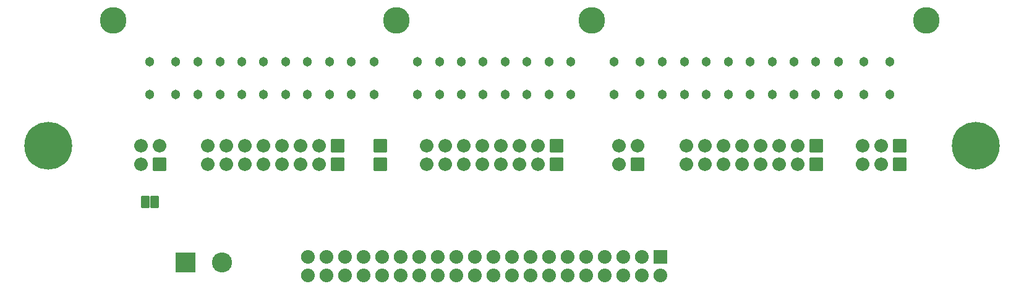
<source format=gts>
G04 #@! TF.GenerationSoftware,KiCad,Pcbnew,(6.0.10)*
G04 #@! TF.CreationDate,2023-01-07T23:02:07+01:00*
G04 #@! TF.ProjectId,Speeduino 1990 Rev2 3SGE ECU adapter 174518-7,53706565-6475-4696-9e6f-203139393020,1*
G04 #@! TF.SameCoordinates,Original*
G04 #@! TF.FileFunction,Soldermask,Top*
G04 #@! TF.FilePolarity,Negative*
%FSLAX46Y46*%
G04 Gerber Fmt 4.6, Leading zero omitted, Abs format (unit mm)*
G04 Created by KiCad (PCBNEW (6.0.10)) date 2023-01-07 23:02:07*
%MOMM*%
%LPD*%
G01*
G04 APERTURE LIST*
G04 Aperture macros list*
%AMRoundRect*
0 Rectangle with rounded corners*
0 $1 Rounding radius*
0 $2 $3 $4 $5 $6 $7 $8 $9 X,Y pos of 4 corners*
0 Add a 4 corners polygon primitive as box body*
4,1,4,$2,$3,$4,$5,$6,$7,$8,$9,$2,$3,0*
0 Add four circle primitives for the rounded corners*
1,1,$1+$1,$2,$3*
1,1,$1+$1,$4,$5*
1,1,$1+$1,$6,$7*
1,1,$1+$1,$8,$9*
0 Add four rect primitives between the rounded corners*
20,1,$1+$1,$2,$3,$4,$5,0*
20,1,$1+$1,$4,$5,$6,$7,0*
20,1,$1+$1,$6,$7,$8,$9,0*
20,1,$1+$1,$8,$9,$2,$3,0*%
G04 Aperture macros list end*
%ADD10RoundRect,0.076200X-0.850000X0.850000X-0.850000X-0.850000X0.850000X-0.850000X0.850000X0.850000X0*%
%ADD11O,1.852400X1.852400*%
%ADD12RoundRect,0.076200X-0.850000X-0.850000X0.850000X-0.850000X0.850000X0.850000X-0.850000X0.850000X0*%
%ADD13C,3.652520*%
%ADD14C,1.303020*%
%ADD15RoundRect,0.076200X0.850000X0.850000X-0.850000X0.850000X-0.850000X-0.850000X0.850000X-0.850000X0*%
%ADD16C,0.952400*%
%ADD17C,6.552400*%
%ADD18RoundRect,0.076200X-0.863600X0.863600X-0.863600X-0.863600X0.863600X-0.863600X0.863600X0.863600X0*%
%ADD19O,1.879600X1.879600*%
%ADD20RoundRect,0.076200X-1.300000X-1.300000X1.300000X-1.300000X1.300000X1.300000X-1.300000X1.300000X0*%
%ADD21C,2.752400*%
%ADD22RoundRect,0.076200X0.500000X0.750000X-0.500000X0.750000X-0.500000X-0.750000X0.500000X-0.750000X0*%
G04 APERTURE END LIST*
D10*
X172466000Y-67310000D03*
D11*
X169926000Y-67310000D03*
X167386000Y-67310000D03*
D10*
X172466000Y-64770000D03*
D11*
X169926000Y-64770000D03*
X167386000Y-64770000D03*
D12*
X101346000Y-67310000D03*
X101346000Y-64770000D03*
D13*
X130274060Y-47584360D03*
X103573580Y-47584360D03*
X176123600Y-47584360D03*
X64724280Y-47584360D03*
D14*
X171074080Y-57785000D03*
X167573960Y-57785000D03*
X164073840Y-57785000D03*
X171074080Y-53284120D03*
X167573960Y-53284120D03*
X164073840Y-53284120D03*
X136870440Y-57785000D03*
X133370320Y-57785000D03*
X136870440Y-53284120D03*
X133370320Y-53284120D03*
X100474780Y-57785000D03*
X100474780Y-53284120D03*
X73273920Y-57785000D03*
X69776340Y-57785000D03*
X73273920Y-53284120D03*
X69776340Y-53284120D03*
X160972500Y-57785000D03*
X157972760Y-57785000D03*
X154973020Y-57785000D03*
X151973280Y-57785000D03*
X148973540Y-57785000D03*
X145973800Y-57785000D03*
X142974060Y-57785000D03*
X139974320Y-57785000D03*
X160972500Y-53284120D03*
X157972760Y-53284120D03*
X154973020Y-53284120D03*
X151973280Y-53284120D03*
X148973540Y-53284120D03*
X145973800Y-53284120D03*
X142974060Y-53284120D03*
X139974320Y-53284120D03*
X127424180Y-57785000D03*
X124424440Y-57785000D03*
X121424700Y-57785000D03*
X118424960Y-57785000D03*
X115422680Y-57785000D03*
X112422940Y-57785000D03*
X109423200Y-57785000D03*
X106423460Y-57785000D03*
X127424180Y-53284120D03*
X124424440Y-53284120D03*
X121424700Y-53284120D03*
X118424960Y-53284120D03*
X115422680Y-53284120D03*
X112422940Y-53284120D03*
X109423200Y-53284120D03*
X106423460Y-53284120D03*
X97373440Y-57785000D03*
X94373700Y-57785000D03*
X91373960Y-57785000D03*
X88374220Y-57785000D03*
X85374480Y-57785000D03*
X82374740Y-57785000D03*
X79375000Y-57785000D03*
X76375260Y-57785000D03*
X97373440Y-53284120D03*
X94373700Y-53284120D03*
X91373960Y-53284120D03*
X88374220Y-53284120D03*
X85374480Y-53284120D03*
X82374740Y-53284120D03*
X79375000Y-53284120D03*
X76375260Y-53284120D03*
D10*
X95504000Y-67310000D03*
D11*
X92964000Y-67310000D03*
X90424000Y-67310000D03*
X87884000Y-67310000D03*
X85344000Y-67310000D03*
X82804000Y-67310000D03*
X80264000Y-67310000D03*
X77724000Y-67310000D03*
D10*
X95504000Y-64770000D03*
D11*
X92964000Y-64770000D03*
X90424000Y-64770000D03*
X87884000Y-64770000D03*
X85344000Y-64770000D03*
X82804000Y-64770000D03*
X80264000Y-64770000D03*
X77724000Y-64770000D03*
D10*
X161036000Y-67310000D03*
D11*
X158496000Y-67310000D03*
X155956000Y-67310000D03*
X153416000Y-67310000D03*
X150876000Y-67310000D03*
X148336000Y-67310000D03*
X145796000Y-67310000D03*
X143256000Y-67310000D03*
D10*
X125476000Y-67310000D03*
D11*
X122936000Y-67310000D03*
X120396000Y-67310000D03*
X117856000Y-67310000D03*
X115316000Y-67310000D03*
X112776000Y-67310000D03*
X110236000Y-67310000D03*
X107696000Y-67310000D03*
D10*
X125476000Y-64770000D03*
D11*
X122936000Y-64770000D03*
X120396000Y-64770000D03*
X117856000Y-64770000D03*
X115316000Y-64770000D03*
X112776000Y-64770000D03*
X110236000Y-64770000D03*
X107696000Y-64770000D03*
D10*
X161036000Y-64770000D03*
D11*
X158496000Y-64770000D03*
X155956000Y-64770000D03*
X153416000Y-64770000D03*
X150876000Y-64770000D03*
X148336000Y-64770000D03*
X145796000Y-64770000D03*
X143256000Y-64770000D03*
D15*
X71120000Y-67310000D03*
D11*
X68580000Y-67310000D03*
X71120000Y-64770000D03*
X68580000Y-64770000D03*
D15*
X136525000Y-67310000D03*
D11*
X133985000Y-67310000D03*
X136525000Y-64770000D03*
X133985000Y-64770000D03*
D16*
X53480000Y-64770000D03*
X55880000Y-62370000D03*
X57577056Y-63072944D03*
X54182944Y-63072944D03*
X55880000Y-67170000D03*
D17*
X55880000Y-64770000D03*
D16*
X54182944Y-66467056D03*
X58280000Y-64770000D03*
X57577056Y-66467056D03*
X184577056Y-63072944D03*
X185280000Y-64770000D03*
X180480000Y-64770000D03*
X182880000Y-62370000D03*
X181182944Y-66467056D03*
X182880000Y-67170000D03*
X184577056Y-66467056D03*
X181182944Y-63072944D03*
D17*
X182880000Y-64770000D03*
D18*
X139700000Y-80010000D03*
D19*
X139700000Y-82550000D03*
X137160000Y-80010000D03*
X137160000Y-82550000D03*
X134620000Y-80010000D03*
X134620000Y-82550000D03*
X132080000Y-80010000D03*
X132080000Y-82550000D03*
X129540000Y-80010000D03*
X129540000Y-82550000D03*
X127000000Y-80010000D03*
X127000000Y-82550000D03*
X124460000Y-80010000D03*
X124460000Y-82550000D03*
X121920000Y-80010000D03*
X121920000Y-82550000D03*
X119380000Y-80010000D03*
X119380000Y-82550000D03*
X116840000Y-80010000D03*
X116840000Y-82550000D03*
X114300000Y-80010000D03*
X114300000Y-82550000D03*
X111760000Y-80010000D03*
X111760000Y-82550000D03*
X109220000Y-80010000D03*
X109220000Y-82550000D03*
X106680000Y-80010000D03*
X106680000Y-82550000D03*
X104140000Y-80010000D03*
X104140000Y-82550000D03*
X101600000Y-80010000D03*
X101600000Y-82550000D03*
X99060000Y-80010000D03*
X99060000Y-82550000D03*
X96520000Y-80010000D03*
X96520000Y-82550000D03*
X93980000Y-80010000D03*
X93980000Y-82550000D03*
X91440000Y-80010000D03*
X91440000Y-82550000D03*
D20*
X74700000Y-80805000D03*
D21*
X79700000Y-80805000D03*
D22*
X70450000Y-72500000D03*
X69150000Y-72500000D03*
M02*

</source>
